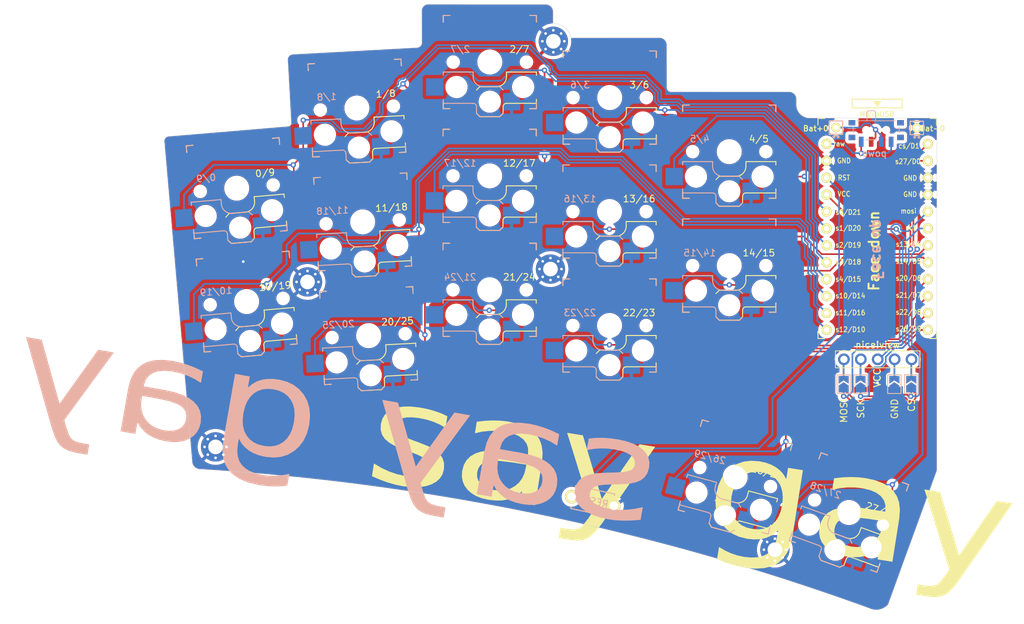
<source format=kicad_pcb>
(kicad_pcb (version 20240108) (generator "pcbnew") (generator_version "8.0")
  (layers (0 "F.Cu" signal) (31 "B.Cu" signal) (34 "B.Paste" user) (35 "F.Paste" user) (36 "B.SilkS" user "B.Silkscreen") (37 "F.SilkS" user "F.Silkscreen") (38 "B.Mask" user) (39 "F.Mask" user) (44 "Edge.Cuts" user))
  (net 0 "")
  (net 1 "BT+")
  (net 2 "gnd")
  (net 3 "vcc")
  (net 4 "reset")
  (net 5 "raw")
  (net 6 "s0")
  (net 7 "s1")
  (net 8 "MOSI")
  (net 9 "s2")
  (net 10 "SCK")
  (net 11 "CS")
  (net 12 "s3")
  (net 13 "s4")
  (net 14 "s10")
  (net 15 "s11")
  (net 16 "s12")
  (net 17 "s13")
  (net 18 "s14")
  (net 19 "s20")
  (net 20 "s21")
  (net 21 "s22")
  (net 22 "s26")
  (net 23 "s27")
  (net 24 "NV2")
  (net 25 "NV4")
  (net 26 "NV5")
  (net 27 "NV1")
  (footprint "keyboard:ProMicro_v3" (layer "F.Cu") (at 238.72424 53.797672)
    (property "Reference" "U0" (hide yes))
    (property "Value" "ProMicro-kbd" (hide yes))
  )
  (footprint "chelming-kbd:choc_v1_hotswap_reversible_no_extras" (layer "F.Cu") (at 162.326042 68.124395 3)
    (property "Reference" "20/25")
    (property "Value" "SW_Push")
  )
  (footprint "chelming-kbd:choc_v1_hotswap_reversible_no_extras" (layer "F.Cu") (at 217.386601 89.354633 -15)
    (property "Reference" "26/29")
    (property "Value" "SW_Push")
  )
  (footprint "chelming-kbd:choc_v1_hotswap_reversible_no_extras" (layer "F.Cu") (at 180.505801 61.236833)
    (property "Reference" "21/24")
    (property "Value" "SW_Push")
  )
  (footprint "chelming-kbd:choc_v1_hotswap_reversible_no_extras" (layer "F.Cu") (at 198.514401 66.596233)
    (property "Reference" "22/23")
    (property "Value" "SW_Push")
  )
  (footprint "chelming-kbd:choc_v1_hotswap_reversible_no_extras" (layer "F.Cu") (at 160.559466 33.930789 3)
    (property "Reference" "1/8")
    (property "Value" "SW_Push")
  )
  (footprint "chelming-kbd:choc_v1_hotswap_reversible_no_extras" (layer "F.Cu") (at 142.510142 45.970848 5)
    (property "Reference" "0/9")
    (property "Value" "SW_Push")
  )
  (footprint "chelming-kbd:choc_v1_hotswap_reversible_no_extras" (layer "F.Cu") (at 144 63 5)
    (property "Reference" "10/19")
    (property "Value" "SW_Push")
  )
  (footprint "chelming-kbd:choc_v1_hotswap_reversible_no_extras" (layer "F.Cu") (at 198.514401 49.476633)
    (property "Reference" "13/16")
    (property "Value" "SW_Push")
  )
  (footprint "chelming-kbd:choc_v1_hotswap_reversible_no_extras" (layer "F.Cu") (at 180.505801 44.117233)
    (property "Reference" "12/17")
    (property "Value" "SW_Push")
  )
  (footprint "chelming-kbd:choc_v1_hotswap_reversible_no_extras" (layer "F.Cu") (at 198.539801 32.357033)
    (property "Reference" "3/6")
    (property "Value" "SW_Push")
  )
  (footprint "chelming-kbd:choc_v1_hotswap_reversible_no_extras" (layer "F.Cu") (at 180.531201 27.023033)
    (property "Reference" "2/7")
    (property "Value" "SW_Push")
  )
  (footprint "chelming-kbd:choc_v1_hotswap_reversible_no_extras" (layer "F.Cu") (at 161.430072 51.028257 3)
    (property "Reference" "11/18")
    (property "Value" "SW_Push")
  )
  (footprint "chelming-kbd:choc_v1_hotswap_reversible_no_extras" (layer "F.Cu") (at 216.5 57.6)
    (property "Reference" "14/15")
    (property "Value" "SW_Push")
  )
  (footprint "MountingHole:MountingHole_2.2mm_M2_Pad_Via" (layer "F.Cu") (at 189.644067 58.119461)
    (property "Reference" "H1" (hide yes))
    (property "Value" "MountingHole_Pad")
  )
  (footprint "chelming-kbd:choc_v1_hotswap_reversible_no_extras" (layer "F.Cu") (at 234.481039 94.686254 -20)
    (property "Reference" "27/28")
    (property "Value" "SW_Push")
  )
  (footprint "MountingHole:MountingHole_2.2mm_M2_Pad_Via" (layer "F.Cu") (at 139.333274 84.833274)
    (property "Reference" "H4" (hide yes))
    (property "Value" "MountingHole_Pad")
  )
  (footprint "Jumper:SolderJumper-2_P1.3mm_Open_TrianglePad1.0x1.5mm" (layer "F.Cu") (at 243.84 75.401 90)
    (property "Reference" "JP1" (hide yes))
    (property "Value" "Jumper_2_Small_Open" (hide yes))
  )
  (footprint "Jumper:SolderJumper-2_P1.3mm_Open_TrianglePad1.0x1.5mm" (layer "F.Cu") (at 241.3 75.401 90)
    (property "Reference" "JP3" (hide yes))
    (property "Value" "Jumper_2_Small_Open" (hide yes))
  )
  (footprint "MountingHole:MountingHole_2.2mm_M2_Pad_Via" (layer "F.Cu") (at 223.355122 100.275354)
    (property "Reference" "H2" (hide yes))
    (property "Value" "MountingHole_Pad")
  )
  (footprint "Jumper:SolderJumper-2_P1.3mm_Open_TrianglePad1.0x1.5mm" (layer "F.Cu") (at 236.22 75.401 90)
    (property "Reference" "JP5" (hide yes))
    (property "Value" "Jumper_2_Small_Open" (hide yes))
  )
  (footprint "keyboard:1pin_conn" (layer "F.Cu") (at 232.53104 36.866072)
    (property "Reference" "Bat+0")
    (property "Value" "MountingHole_Pad" (hide yes))
  )
  (footprint "MountingHole:MountingHole_2.2mm_M2_Pad_Via" (layer "F.Cu") (at 153.148104 60.051128)
    (property "Reference" "H3" (hide yes))
    (property "Value" "MountingHole_Pad")
  )
  (footprint "keyboard:1pin_conn" (layer "F.Cu") (at 244.67224 36.916872)
    (property "Reference" "Bat-0")
    (property "Value" "MountingHole_Pad" (hide yes))
  )
  (footprint "Jumper:SolderJumper-2_P1.3mm_Open_TrianglePad1.0x1.5mm" (layer "F.Cu") (at 233.68 75.401 90)
    (property "Reference" "JP7" (hide yes))
    (property "Value" "Jumper_2_Small_Open" (hide yes))
  )
  (footprint "kbd:ResetSW" (layer "F.Cu") (at 196 93 -12)
    (property "Reference" "RSW0" (hide yes))
    (property "Value" "SW_Push")
  )
  (footprint "MountingHole:MountingHole_2.2mm_M2_Pad_Via" (layer "F.Cu") (at 190.07415 23.901893)
    (property "Reference" "H0" (hide yes))
    (property "Value" "MountingHole_Pad")
  )
  (footprint "chelming-kbd:choc_v1_hotswap_reversible_no_extras" (layer "F.Cu") (at 216.5 40.4804)
    (property "Reference" "4/5")
    (property "Value" "SW_Push")
  )
  (footprint "nice_view:nice_view" (layer "F.Cu") (at 238.8 55.165)
    (property "Reference" "J0")
    (property "Value" "nice!view")
  )
  (footprint "Jumper:SolderJumper-2_P1.3mm_Open_TrianglePad1.0x1.5mm" (layer "B.Cu") (at 236.22 75.401 90)
    (property "Reference" "JP2" (hide yes))
    (property "Value" "Jumper_2_Small_Open" (hide yes))
  )
  (footprint "Jumper:SolderJumper-2_P1.3mm_Open_TrianglePad1.0x1.5mm" (layer "B.Cu") (at 233.68 75.401 90)
    (property "Reference" "JP0" (hide yes))
    (property "Value" "Jumper_2_Small_Open" (hide yes))
  )
  (footprint "chelming-kbd:SW_SPDT_PCM12_REVERSIBLE" (layer "B.Cu") (at 238.575 37.57)
    (property "Reference" "SW_PWR0" (hide yes))
    (property "Value" "SW_SPDT")
  )
  (footprint "Jumper:SolderJumper-2_P1.3mm_Open_TrianglePad1.0x1.5mm" (layer "B.Cu") (at 241.3 75.401 90)
    (property "Reference" "JP4" (hide yes))
    (property "Value" "Jumper_2_Small_Open" (hide yes))
  )
  (footprint "Jumper:SolderJumper-2_P1.3mm_Open_TrianglePad1.0x1.5mm" (layer "B.Cu") (at 243.84 75.401 90)
    (property "Reference" "JP6" (hide yes))
    (property "Value" "Jumper_2_Small_Open" (hide yes))
  )
  (gr_line (start 226.58526 33.5) (end 226.589732 32.594929) (stroke (width 0.05)) (layer "Edge.Cuts"))
  (gr_arc (start 240.367296 108.493025) (mid 239.10524 109.245898) (end 237.642139 109.108273) (stroke (width 0.05)) (layer "Edge.Cuts"))
  (gr_arc (start 228.58965 35.425878) (mid 227.197071 34.869256) (end 226.58526 33.5) (stroke (width 0.05)) (layer "Edge.Cuts"))
  (gr_arc (start 225.517635 31.503068) (mid 226.279827 31.826955) (end 226.589732 32.594929) (stroke (width 0.05)) (layer "Edge.Cuts"))
  (gr_line (start 192.734972 23.377939) (end 206.032621 23.371741) (stroke (width 0.05)) (layer "Edge.Cuts"))
  (gr_arc (start 188.963821 18.367941) (mid 189.722099 18.690013) (end 190.030801 19.453833) (stroke (width 0.05)) (layer "Edge.Cuts"))
  (gr_arc (start 206.032621 23.371741) (mid 206.78198 23.684801) (end 207.099601 24.432233) (stroke (width 0.05)) (layer "Edge.Cuts"))
  (gr_line (start 228.58965 35.425878) (end 247.263349 35.426534) (stroke (width 0.05)) (layer "Edge.Cuts"))
  (gr_arc (start 170.314986 19.305572) (mid 170.589985 18.639555) (end 171.254786 18.361633) (stroke (width 0.05)) (layer "Edge.Cuts"))
  (gr_arc (start 131.644235 38.933077) (mid 131.802086 38.432503) (end 132.267654 38.190116) (stroke (width 0.05)) (layer "Edge.Cuts"))
  (gr_arc (start 137.01429 88.177118) (mid 188.083369 95.011822) (end 237.641326 109.110506) (stroke (width 0.05)) (layer "Edge.Cuts"))
  (gr_line (start 247.640877 88.500363) (end 240.367296 108.493025) (stroke (width 0.05)) (layer "Edge.Cuts"))
  (gr_line (start 170.314986 19.305572) (end 170.325003 24.094244) (stroke (width 0.05)) (layer "Edge.Cuts"))
  (gr_arc (start 247.263349 35.42898) (mid 247.564539 35.550189) (end 247.689817 35.849712) (stroke (width 0.05)) (layer "Edge.Cuts"))
  (gr_line (start 150.258869 36.68408) (end 132.267654 38.190116) (stroke (width 0.05)) (layer "Edge.Cuts"))
  (gr_line (start 247.689817 35.849712) (end 247.691677 88.246363) (stroke (width 0.05)) (layer "Edge.Cuts"))
  (gr_line (start 225.517635 31.503068) (end 207.752579 31.493649) (stroke (width 0.05)) (layer "Edge.Cuts"))
  (gr_line (start 207.117579 30.858649) (end 207.099601 24.432233) (stroke (width 0.05)) (layer "Edge.Cuts"))
  (gr_arc (start 170.325003 24.094244) (mid 170.101806 24.633033) (end 169.563003 24.856244) (stroke (width 0.05)) (layer "Edge.Cuts"))
  (gr_arc (start 137.01429 88.177117) (mid 136.170164 87.827458) (end 135.82049 86.983317) (stroke (width 0.05)) (layer "Edge.Cuts"))
  (gr_line (start 169.563003 24.856244) (end 150.945799 25.867063) (stroke (width 0.05)) (layer "Edge.Cuts"))
  (gr_arc (start 150.709158 36.16338) (mid 150.58561 36.511583) (end 150.258869 36.68408) (stroke (width 0.05)) (layer "Edge.Cuts"))
  (gr_line (start 131.644235 38.933077) (end 135.82049 86.983317) (stroke (width 0.05)) (layer "Edge.Cuts"))
  (gr_arc (start 207.752579 31.493649) (mid 207.303554 31.307664) (end 207.117579 30.858649) (stroke (width 0.05)) (layer "Edge.Cuts"))
  (gr_line (start 150.183799 26.654463) (end 150.709158 36.16338) (stroke (width 0.05)) (layer "Edge.Cuts"))
  (gr_arc (start 150.183799 26.654463) (mid 150.405481 26.106581) (end 150.945799 25.867063) (stroke (width 0.05)) (layer "Edge.Cuts"))
  (gr_arc (start 190.030801 21.181033) (mid 191.767237 21.806389) (end 192.734972 23.377939) (stroke (width 0.05)) (layer "Edge.Cuts"))
  (gr_arc (start 247.691677 88.246363) (mid 247.678843 88.375876) (end 247.640877 88.500363) (stroke (width 0.05)) (layer "Edge.Cuts"))
  (gr_line (start 188.963821 18.367941) (end 171.254786 18.361633) (stroke (width 0.05)) (layer "Edge.Cuts"))
  (gr_line (start 190.030801 21.181033) (end 190.030801 19.453833) (stroke (width 0.05)) (layer "Edge.Cuts"))
  (gr_text "Face up" (at 238.8 55.165 270) (layer "B.SilkS") (effects (font (size 1.5 1.5) (thickness 0.3)) (justify mirror)))
  (gr_text "say gay" (at 204 99 350) (layer "B.SilkS") (effects (font (size 15 18)) (justify left bottom mirror)))
  (gr_text "Face down" (at 238.24604 55.382672 90) (layer "F.SilkS") (effects (font (size 1.5 1.5) (thickness 0.3))))
  (gr_text "s14/D5" (at 243.42924 56.947672 0) (layer "F.SilkS") (effects (font (size 0.75 0.67) (thickness 0.125))))
  (gr_text "say gay" (at 161 92 351) (layer "F.SilkS") (effects (font (size 15 18)) (justify left bottom)))
  (gr_text "VCC" (at 238.72 72.945 90) (layer "F.SilkS") (effects (font (size 1 1)) (justify right)))
  (segment (start 238.475 38.341869) (end 238.475 37.175) (width 0.25) (layer "F.Cu") (net 1))
  (segment (start 237.817446 38.999423) (end 238.475 38.341869) (width 0.25) (layer "F.Cu") (net 1))
  (via (at 238.475 37.175) (size 0.8) (drill 0.4) (layers "F.Cu" "B.Cu") (net 1))
  (segment (start 232.53104 36.866072) (end 236.133928 36.866072) (width 0.25) (layer "B.Cu") (net 1))
  (segment (start 238.475 37.2) (end 239.325 38.05) (width 0.25) (layer "B.Cu") (net 1))
  (segment (start 236.75 36.25) (end 237.55 36.25) (width 0.25) (layer "B.Cu") (net 1))
  (segment (start 237.55 36.25) (end 238.475 37.175) (width 0.25) (layer "B.Cu") (net 1))
  (segment (start 238.475 37.175) (end 238.475 37.2) (width 0.25) (layer "B.Cu") (net 1))
  (segment (start 236.133928 36.866072) (end 236.75 36.25) (width 0.25) (layer "B.Cu") (net 1))
  (segment (start 239.325 38.05) (end 239.325 39) (width 0.25) (layer "B.Cu") (net 1))
  (via (at 143.5 57) (size 0.8) (drill 0.4) (layers "F.Cu" "B.Cu") (net 2))
  (via (at 238.76 75.184) (size 0.8) (drill 0.4) (layers "F.Cu" "B.Cu") (net 2))
  (segment (start 236.276021 52.100053) (end 231.11564 46.939672) (width 0.25) (layer "F.Cu") (net 3))
  (segment (start 241.5678 52.100053) (end 236.276021 52.100053) (width 0.25) (layer "F.Cu") (net 3))
  (via (at 241.5678 52.100053) (size 0.8) (drill 0.4) (layers "F.Cu" "B.Cu") (net 3))
  (segment (start 241.129709 69.55) (end 239.004709 71.675) (width 0.25) (layer "B.Cu") (net 3))
  (segment (start 242.55 69.323262) (end 242.323262 69.55) (width 0.25) (layer "B.Cu") (net 3))
  (segment (start 242.323262 69.55) (end 241.129709 69.55) (width 0.25) (layer "B.Cu") (net 3))
  (segment (start 239.004709 71.675) (end 238.8 71.675) (width 0.25) (layer "B.Cu") (net 3))
  (segment (start 242.55 53.813605) (end 242.55 69.323262) (width 0.25) (layer "B.Cu") (net 3))
  (segment (start 242.915676 53.447929) (end 242.55 53.813605) (width 0.25) (layer "B.Cu") (net 3))
  (segment (start 241.5678 52.100053) (end 242.915676 53.447929) (width 0.25) (layer "B.Cu") (net 3))
  (segment (start 223 77.5) (end 233 67.5) (width 0.25) (layer "B.Cu") (net 4))
  (segment (start 192.821021 92.324287) (end 200.095308 85.05) (width 0.25) (layer "B.Cu") (net 4))
  (segment (start 223 83) (end 223 77.5) (width 0.25) (layer "B.Cu") (net 4))
  (segment (start 200.095308 85.05) (end 220.95 85.05) (width 0.25) (layer "B.Cu") (net 4))
  (segment (start 233 67.5) (end 233 46.284032) (width 0.25) (layer "B.Cu") (net 4))
  (segment (start 220.95 85.05) (end 223 83) (width 0.25) (layer "B.Cu") (net 4))
  (segment (start 233 46.284032) (end 231.11564 44.399672) (width 0.25) (layer "B.Cu") (net 4))
  (segment (start 236.317446 38.999423) (end 236.317446 40.717446) (width 0.25) (layer "F.Cu") (net 5))
  (segment (start 236.317446 40.717446) (end 236.325 40.725) (width 0.25) (layer "F.Cu") (net 5))
  (via (at 236.325 40.725) (size 0.8) (drill 0.4) (layers "F.Cu" "B.Cu") (net 5))
  (segment (start 236.3 40.7) (end 236.325 40.725) (width 0.25) (layer "B.Cu") (net 5))
  (segment (start 235.11 40.7) (end 236.3 40.7) (width 0.25) (layer "B.Cu") (net 5))
  (segment (start 231.11564 39.319672) (end 233.729672 39.319672) (width 0.25) (layer "B.Cu") (net 5))
  (segment (start 236.35 40.7) (end 240.3 40.7) (width 0.25) (layer "B.Cu") (net 5))
  (segment (start 240.3 40.7) (end 240.825 40.175) (width 0.25) (layer "B.Cu") (net 5))
  (segment (start 233.729672 39.319672) (end 235.11 40.7) (width 0.25) (layer "B.Cu") (net 5))
  (segment (start 240.825 40.175) (end 240.825 39) (width 0.25) (layer "B.Cu") (net 5))
  (segment (start 236.325 40.725) (end 236.35 40.7) (width 0.25) (layer "B.Cu") (net 5))
  (segment (start 152.5 40.975) (end 151 42.475) (width 0.25) (layer "F.Cu") (net 6))
  (segment (start 152.5 35.75) (end 152.5 40.975) (width 0.25) (layer "F.Cu") (net 6))
  (segment (start 151 42.475) (end 151.080487 42.555487) (width 0.25) (layer "F.Cu") (net 6))
  (segment (start 151.080487 42.555487) (end 151.080487 48.985364) (width 0.25) (layer "F.Cu") (net 6))
  (via (at 152.5 35.75) (size 0.8) (drill 0.4) (layers "F.Cu" "B.Cu") (net 6))
  (via (at 151 42.475) (size 0.8) (drill 0.4) (layers "F.Cu" "B.Cu") (net 6))
  (segment (start 189.925 28.152208) (end 190.772792 29) (width 0.25) (layer "B.Cu") (net 6))
  (segment (start 166.7625 30.376104) (end 166.7625 29.987195) (width 0.25) (layer "B.Cu") (net 6))
  (segment (start 139.05 42.475) (end 134.593465 46.931535) (width 0.25) (layer "B.Cu") (net 6))
  (segment (start 151 42.475) (end 139.05 42.475) (width 0.25) (layer "B.Cu") (net 6))
  (segment (start 164 34.613604) (end 164 33.138604) (width 0.25) (layer "B.Cu") (net 6))
  (segment (start 229.85 40.788604) (end 229.85 48.214032) (width 0.25) (layer "B.Cu") (net 6))
  (segment (start 152.55997 35.69003) (end 156.69344 35.69003) (width 0.25) (layer "B.Cu") (net 6))
  (segment (start 158.05341 37.05) (end 161.563604 37.05) (width 0.25) (layer "B.Cu") (net 6))
  (segment (start 186.645234 24.483533) (end 189.925 27.763299) (width 0.25) (layer "B.Cu") (net 6))
  (segment (start 203.887898 29) (end 206.25 31.362102) (width 0.25) (layer "B.Cu") (net 6))
  (segment (start 229.85 48.214032) (end 231.11564 49.479672) (width 0.25) (layer "B.Cu") (net 6))
  (segment (start 206.25 32.6) (end 209.016644 32.6) (width 0.25) (layer "B.Cu") (net 6))
  (segment (start 209.741644 33.325) (end 222.386396 33.325) (width 0.25) (layer "B.Cu") (net 6))
  (segment (start 166.7625 29.987195) (end 167.187195 29.5625) (width 0.25) (layer "B.Cu") (net 6))
  (segment (start 156.69344 35.69003) (end 158.05341 37.05) (width 0.25) (layer "B.Cu") (net 6))
  (segment (start 190.772792 29) (end 203.887898 29) (width 0.25) (layer "B.Cu") (net 6))
  (segment (start 172.655071 24.483533) (end 186.645234 24.483533) (width 0.25) (layer "B.Cu") (net 6))
  (segment (start 206.25 31.362102) (end 206.25 32.6) (width 0.25) (layer "B.Cu") (net 6))
  (segment (start 152.5 35.75) (end 152.55997 35.69003) (width 0.25) (layer "B.Cu") (net 6))
  (segment (start 164 33.138604) (end 166.7625 30.376104) (width 0.25) (layer "B.Cu") (net 6))
  (segment (start 222.386396 33.325) (end 229.85 40.788604) (width 0.25) (layer "B.Cu") (net 6))
  (segment (start 167.187195 29.5625) (end 167.576104 29.5625) (width 0.25) (layer "B.Cu") (net 6))
  (segment (start 151 42.475) (end 150.800811 42.275811) (width 0.25) (layer "B.Cu") (net 6))
  (segment (start 134.593465 46.931535) (end 134.593465 50.427792) (width 0.25) (layer "B.Cu") (net 6))
  (segment (start 209.016644 32.6) (end 209.741644 33.325) (width 0.25) (layer "B.Cu") (net 6))
  (segment (start 161.563604 37.05) (end 164 34.613604) (width 0.25) (layer "B.Cu") (net 6))
  (segment (start 167.576104 29.5625) (end 172.655071 24.483533) (width 0.25) (layer "B.Cu") (net 6))
  (segment (start 189.925 27.763299) (end 189.925 28.152208) (width 0.25) (layer "B.Cu") (net 6))
  (segment (start 169.019385 37.24257) (end 169.019385 31.819385) (width 0.25) (layer "F.Cu") (net 7))
  (segment (start 169.019385 31.819385) (end 167.4875 30.2875) (width 0.25) (layer "F.Cu") (net 7))
  (via (at 167.4875 30.2875) (size 0.8) (drill 0.4) (layers "F.Cu" "B.Cu") (net 7))
  (segment (start 189.475 27.949695) (end 189.475 28.338604) (width 0.25) (layer "B.Cu") (net 7))
  (segment (start 229.4 50.304032) (end 231.11564 52.019672) (width 0.25) (layer "B.Cu") (net 7))
  (segment (start 205.8 32.786396) (end 206.063604 33.05) (width 0.25) (layer "B.Cu") (net 7))
  (segment (start 153 37.600796) (end 153 37.14003) (width 0.25) (layer "B.Cu") (net 7))
  (segment (start 186.458838 24.933533) (end 189.475 27.949695) (width 0.25) (layer "B.Cu") (net 7))
  (segment (start 152.492066 38.10873) (end 153 37.600796) (width 0.25) (layer "B.Cu") (net 7))
  (segment (start 157.867014 37.5) (end 161.75 37.5) (width 0.25) (layer "B.Cu") (net 7))
  (segment (start 209.555248 33.775) (end 222.2 33.775) (width 0.25) (layer "B.Cu") (net 7))
  (segment (start 189.475 28.338604) (end 190.586396 29.45) (width 0.25) (layer "B.Cu") (net 7))
  (segment (start 153 37.14003) (end 154 36.14003) (width 0.25) (layer "B.Cu") (net 7))
  (segment (start 164.45 33.325) (end 167.4875 30.2875) (width 0.25) (layer "B.Cu") (net 7))
  (segment (start 161.75 37.5) (end 164.45 34.8) (width 0.25) (layer "B.Cu") (net 7))
  (segment (start 156.507044 36.14003) (end 157.867014 37.5) (width 0.25) (layer "B.Cu") (net 7))
  (segment (start 172.841467 24.933533) (end 186.458838 24.933533) (width 0.25) (layer "B.Cu") (net 7))
  (segment (start 164.45 34.8) (end 164.45 33.325) (width 0.25) (layer "B.Cu") (net 7))
  (segment (start 208.830248 33.05) (end 209.555248 33.775) (width 0.25) (layer "B.Cu") (net 7))
  (segment (start 206.063604 33.05) (end 208.830248 33.05) (width 0.25) (layer "B.Cu") (net 7))
  (segment (start 203.701502 29.45) (end 205.8 31.548498) (width 0.25) (layer "B.Cu") (net 7))
  (segment (start 190.586396 29.45) (end 203.701502 29.45) (width 0.25) (layer "B.Cu") (net 7))
  (segment (start 205.8 31.548498) (end 205.8 32.786396) (width 0.25) (layer "B.Cu") (net 7))
  (segment (start 222.2 33.775) (end 229.4 40.975) (width 0.25) (layer "B.Cu") (net 7))
  (segment (start 154 36.14003) (end 156.507044 36.14003) (width 0.25) (layer "B.Cu") (net 7))
  (segment (start 167.4875 30.2875) (end 172.841467 24.933533) (width 0.25) (layer "B.Cu") (net 7))
  (segment (start 229.4 40.975) (end 229.4 50.304032) (width 0.25) (layer "B.Cu") (net 7))
  (segment (start 242.958042 77.45) (end 243.464042 77.956) (width 0.25) (layer "F.Cu") (net 8))
  (segment (start 240.567792 78.131) (end 241.248792 77.45) (width 0.25) (layer "F.Cu") (net 8))
  (segment (start 244.064652 77.956) (end 244.489347 77.531305) (width 0.25) (layer "F.Cu") (net 8))
  (segment (start 244.489347 76.775347) (end 243.84 76.126) (width 0.25) (layer "F.Cu") (net 8))
  (segment (start 234.067104 77.232805) (end 235.240299 78.406) (width 0.25) (layer "F.Cu") (net 8))
  (segment (start 243.464042 77.956) (end 244.064652 77.956) (width 0.25) (layer "F.Cu") (net 8))
  (segment (start 244.489347 77.531305) (end 244.489347 76.775347) (width 0.25) (layer "F.Cu") (net 8))
  (segment (start 235.240299 78.406) (end 236.706701 78.406) (width 0.25) (layer "F.Cu") (net 8))
  (segment (start 236.706701 78.406) (end 236.981701 78.131) (width 0.25) (layer "F.Cu") (net 8))
  (segment (start 233.678195 77.232805) (end 234.067104 77.232805) (width 0.25) (layer "F.Cu") (net 8))
  (segment (start 241.248792 77.45) (end 242.958042 77.45) (width 0.25) (layer "F.Cu") (net 8))
  (segment (start 236.981701 78.131) (end 240.567792 78.131) (width 0.25) (layer "F.Cu") (net 8))
  (via (at 233.678195 77.232805) (size 0.8) (drill 0.4) (layers "F.Cu" "B.Cu") (net 8))
  (segment (start 242.1 69.1) (end 242.1 53.657558) (width 0.25) (layer "B.Cu") (net 8))
  (segment (start 233.68 76.126) (end 233.68 77.231) (width 0.25) (layer "B.Cu") (net 8))
  (segment (start 234.267195 77.232805) (end 235 76.5) (width 0.25) (layer "B.Cu") (net 8))
  (segment (start 242.1 53.657558) (end 240.8428 52.400358) (width 0.25) (layer "B.Cu") (net 8))
  (segment (start 242.504501 52.400358) (end 243.414954 52.400358) (width 0.25) (layer "B.Cu") (net 8))
  (segment (start 240.943313 69.1) (end 242.1 69.1) (width 0.25) (layer "B.Cu") (net 8))
  (segment (start 239.737113 70.3062) (end 240.943313 69.1) (width 0.25) (layer "B.Cu") (net 8))
  (segment (start 241.267495 51.375053) (end 241.868105 51.375053) (width 0.25) (layer "B.Cu") (net 8))
  (segment (start 241.868105 51.375053) (end 242.2928 51.799748) (width 0.25) (layer "B.Cu") (net 8))
  (segment (start 233.678195 77.232805) (end 234.267195 77.232805) (width 0.25) (layer "B.Cu") (net 8))
  (segment (start 242.2928 52.188657) (end 242.504501 52.400358) (width 0.25) (layer "B.Cu") (net 8))
  (segment (start 242.2928 51.799748) (end 242.2928 52.188657) (width 0.25) (layer "B.Cu") (net 8))
  (segment (start 240.8428 51.799748) (end 241.267495 51.375053) (width 0.25) (layer "B.Cu") (net 8))
  (segment (start 235 76.5) (end 235 70.868052) (width 0.25) (layer "B.Cu") (net 8))
  (segment (start 243.414954 52.400358) (end 246.33564 49.479672) (width 0.25) (layer "B.Cu") (net 8))
  (segment (start 240.8428 52.400358) (end 240.8428 51.799748) (width 0.25) (layer "B.Cu") (net 8))
  (segment (start 233.68 77.231) (end 233.678195 77.232805) (width 0.25) (layer "B.Cu") (net 8))
  (segment (start 235.561852 70.3062) (end 239.737113 70.3062) (width 0.25) (layer "B.Cu") (net 8))
  (segment (start 235 70.868052) (end 235.561852 70.3062) (width 0.25) (layer "B.Cu") (net 8))
  (segment (start 188.75 28.25) (end 188.75 30.716832) (width 0.25) (layer "F.Cu") (net 9))
  (segment (start 188.75 30.716832) (end 188.806201 30.773033) (width 0.25) (layer "F.Cu") (net 9))
  (via (at 188.75 28.25) (size 0.8) (drill 0.4) (layers "F.Cu" "B.Cu") (net 9))
  (segment (start 205.35 31.734894) (end 203.515106 29.9) (width 0.25) (layer "B.Cu") (net 9))
  (segment (start 182.225 29.825) (end 178.7 29.825) (width 0.25) (layer "B.Cu") (net 9))
  (segment (start 208.643852 33.5) (end 205.877208 33.5) (width 0.25) (layer "B.Cu") (net 9))
  (segment (start 209.368852 34.225) (end 208.643852 33.5) (width 0.25) (layer "B.Cu") (net 9))
  (segment (start 231.11564 54.559672) (end 229.65 53.094032) (width 0.25) (layer "B.Cu") (net 9))
  (segment (start 174.529234 28.5) (end 172.256201 30.773033) (width 0.25) (layer "B.Cu") (net 9))
  (segment (start 228.95 50.490428) (end 228.95 41.161396) (width 0.25) (layer "B.Cu") (net 9))
  (segment (start 177.375 28.5) (end 174.529234 28.5) (width 0.25) (layer "B.Cu") (net 9))
  (segment (start 229.65 53.094032) (end 229.65 51.190428) (width 0.25) (layer "B.Cu") (net 9))
  (segment (start 229.65 51.190428) (end 228.95 50.490428) (width 0.25) (layer "B.Cu") (net 9))
  (segment (start 188.75 28.25) (end 188.748933 28.248933) (width 0.25) (layer "B.Cu") (net 9))
  (segment (start 190.4 29.9) (end 188.75 28.25) (width 0.25) (layer "B.Cu") (net 9))
  (segment (start 178.7 29.825) (end 177.375 28.5) (width 0.25) (layer "B.Cu") (net 9))
  (segment (start 228.95 41.161396) (end 222.013604 34.225) (width 0.25) (layer "B.Cu") (net 9))
  (segment (start 222.013604 34.225) (end 209.368852 34.225) (width 0.25) (layer "B.Cu") (net 9))
  (segment (start 203.515106 29.9) (end 190.4 29.9) (width 0.25) (layer "B.Cu") (net 9))
  (segment (start 183.801067 28.248933) (end 182.225 29.825) (width 0.25) (layer "B.Cu") (net 9))
  (segment (start 205.35 32.972792) (end 205.35 31.734894) (width 0.25) (layer "B.Cu") (net 9))
  (segment (start 205.877208 33.5) (end 205.35 32.972792) (width 0.25) (layer "B.Cu") (net 9))
  (segment (start 188.748933 28.248933) (end 183.801067 28.248933) (width 0.25) (layer "B.Cu") (net 9))
  (segment (start 240.195 77.231) (end 241.3 76.126) (width 0.25) (layer "F.Cu") (net 10))
  (segment (start 236.22 77.231) (end 240.195 77.231) (width 0.25) (layer "F.Cu") (net 10))
  (via (at 236.22 77.231) (size 0.8) (drill 0.4) (layers "F.Cu" "B.Cu") (net 10))
  (segment (start 240.0013 72.172595) (end 240.0013 71.314805) (width 0.25) (layer "B.Cu") (net 10))
  (segment (start 239.297595 72.8763) (end 240.0013 72.172595) (width 0.25) (layer "B.Cu") (net 10))
  (segment (start 243 54) (end 244.980328 52.019672) (width 0.25) (layer "B.Cu") (net 10))
  (segment (start 244.980328 52.019672) (end 246.33564 52.019672) (width 0.25) (layer "B.Cu") (net 10))
  (segment (start 243 69.509658) (end 243 54) (width 0.25) (layer "B.Cu") (net 10))
  (segment (start 236.22 76.126) (end 236.22 77.231) (width 0.25) (layer "B.Cu") (net 10))
  (segment (start 236.22 77.231) (end 237.269 77.231) (width 0.25) (layer "B.Cu") (net 10))
  (segment (start 240.0013 71.314805) (end 241.316105 70) (width 0.25) (layer "B.Cu") (net 10))
  (segment (start 241.316105 70) (end 242.509658 70) (width 0.25) (layer "B.Cu") (net 10))
  (segment (start 238.302405 72.8763) (end 239.297595 72.8763) (width 0.25) (layer "B.Cu") (net 10))
  (segment (start 237.269 77.231) (end 237.5 77) (width 0.25) (layer "B.Cu") (net 10))
  (segment (start 237.5 77) (end 237.5 73.678705) (width 0.25) (layer "B.Cu") (net 10))
  (segment (start 242.509658 70) (end 243 69.509658) (width 0.25) (layer "B.Cu") (net 10))
  (segment (start 237.5 73.678705) (end 238.302405 72.8763) (width 0.25) (layer "B.Cu") (net 10))
  (segment (start 235.51 77.956) (end 233.68 76.126) (width 0.25) (layer "F.Cu") (net 11))
  (segment (start 243.454701 77.231) (end 243.223701 77) (width 0.25) (layer "F.Cu") (net 11))
  (segment (start 243.724999 55.119702) (end 243.713 55.107703) (width 0.25) (layer "F.Cu") (net 11))
  (segment (start 236.795305 77.681) (end 236.520305 77.956) (width 0.25) (layer "F.Cu") (net 11))
  (segment (start 236.520305 77.956) (end 235.51 77.956) (width 0.25) (layer "F.Cu") (net 11))
  (segment (start 243.223701 77) (end 241.062396 77) (width 0.25) (layer "F.Cu") (net 11))
  (segment (start 243.713 41.942312) (end 246.33564 39.319672) (width 0.25) (layer "F.Cu") (net 11))
  (segment (start 240.381396 77.681) (end 236.795305 77.681) (width 0.25) (layer "F.Cu") (net 11))
  (segment (start 243.764347 77.231) (end 243.454701 77.231) (width 0.25) (layer "F.Cu") (net 11))
  (segment (start 241.062396 77) (end 240.381396 77.681) (width 0.25) (layer "F.Cu") (net 11))
  (segment (start 243.713 55.107703) (end 243.713 41.942312) (width 0.25) (layer "F.Cu") (net 11))
  (via (at 243.764347 77.231) (size 0.8) (drill 0.4) (layers "F.Cu" "B.Cu") (net 11))
  (via (at 243.724999 55.119702) (size 0.8) (drill 0.4) (layers "F.Cu" "B.Cu") (net 11))
  (segment (start 243.724999 55.119702) (end 243.45 55.394701) (width 0.25) (layer "B.Cu") (net 11))
  (segment (start 243.84 76.126) (end 243.84 77.155347) (width 0.25) (layer "B.Cu") (net 11))
  (segment (start 243.45 69.546105) (end 245.0813 71.177405) (width 0.25) (layer "B.Cu") (net 11))
  (segment (start 245.0813 71.177405) (end 245.0813 76.9187) (width 0.25) (layer "B.Cu") (net 11))
  (segment (start 245.0813 76.9187) (end 244.769 77.231) (width 0.25) (layer "B.Cu") (net 11))
  (segment (start 243.84 77.155347) (end 243.764347 77.231) (width 0.25) (layer "B.Cu") (net 11))
  (segment (start 244.769 77.231) (end 243.764347 77.231) (width 0.25) (layer "B.Cu") (net 11))
  (segment (start 243.45 55.394701) (end 243.45 69.546105) (width 0.25) (layer "B.Cu") (net 11))
  (segment (start 206.814801 34.225) (end 206.814801 36.107033) (width 0.25) (layer "F.Cu") (net 12))
  (via (at 206.814801 34.225) (size 0.8) (drill 0.4) (layers "F.Cu" "B.Cu") (net 12))
  (segment (start 229.2 53.280428) (end 229.65 53.730428) (width 0.25) (layer "B.Cu") (net 12))
  (segment (start 229.65 55.634032) (end 231.11564 57.099672) (width 0.25) (layer "B.Cu") (net 12))
  (segment (start 206.814801 34.225) (end 208.732456 34.225) (width 0.25) (layer "B.Cu") (net 12))
  (segment (start 205.649812 33.909) (end 202.184 33.909) (width 0.25) (layer "B.Cu") (net 12))
  (segment (start 228.5 41.347792) (end 228.5 50.676824) (width 0.25) (layer "B.Cu") (net 12))
  (segment (start 221.827208 34.675) (end 228.5 41.347792) (width 0.25) (layer "B.Cu") (net 12))
  (segment (start 192.371834 34) (end 190.264801 36.107033) (width 0.25) (layer "B.Cu") (net 12))
  (segment (start 228.5 50.676824) (end 229.2 51.376824) (width 0.25) (layer "B.Cu") (net 12))
  (segment (start 205.965812 34.225) (end 205.649812 33.909) (width 0.25) (layer "B.Cu") (net 12))
  (segment (start 200.025 36.068) (end 197.003 36.068) (width 0.25) (layer "B.Cu") (net 12))
  (segment (start 209.182456 34.675) (end 221.827208 34.675) (width 0.25) (layer "B.Cu") (net 12))
  (segment (start 208.732456 34.225) (end 209.182456 34.675) (width 0.25) (layer "B.Cu") (net 12))
  (segment (start 206.814801 34.225) (end 205.965812 34.225) (width 0.25) (layer "B.Cu") (net 12))
  (segment (start 194.935 34) (end 192.371834 34) (width 0.25) (layer "B.Cu") (net 12))
  (segment (start 202.184 33.909) (end 200.025 36.068) (width 0.25) (layer "B.Cu") (net 12))
  (segment (start 229.65 53.730428) (end 229.65 55.634032) (width 0.25) (layer "B.Cu") (net 12))
  (segment (start 229.2 51.376824) (end 229.2 53.280428) (width 0.25) (layer "B.Cu") (net 12))
  (segment (start 197.003 36.068) (end 194.935 34) (width 0.25) (layer "B.Cu") (net 12))
  (segment (start 227.775 44.2) (end 227.7446 44.2304) (width 0.25) (layer "F.Cu") (net 13))
  (segment (start 227.7446 44.2304) (end 224.775 44.2304) (width 0.25) (layer "F.Cu") (net 13))
  (via (at 227.775 44.2) (size 0.8) (drill 0.4) (layers "F.Cu" "B.Cu") (net 13))
  (segment (start 208.225 41.521716) (end 208.225 44.2304) (width 0.25) (layer "B.Cu") (net 13))
  (segment (start 231.11564 59.639672) (end 229.7 58.224032) (width 0.25) (layer "B.Cu") (net 13))
  (segment (start 221.640812 35.125) (end 214.621716 35.125) (width 0.25) (layer "B.Cu") (net 13))
  (segment (start 228.75 53.466824) (end 228.75 51.56322) (width 0.25) (layer "B.Cu") (net 13))
  (segment (start 228.75 51.56322) (end 228.05 50.86322) (width 0.25) (layer "B.Cu") (net 13))
  (segment (start 229.7 58.224032) (end 229.7 56.320428) (width 0.25) (layer "B.Cu") (net 13))
  (segment (start 228.05 44.475) (end 227.775 44.2) (width 0.25) (layer "B.Cu") (net 13))
  (segment (start 228.05 43.925) (end 228.05 41.534188) (width 0.25) (layer "B.Cu") (net 13))
  (segment (start 229.2 55.820428) (end 229.2 53.916824) (width 0.25) (layer "B.Cu") (net 13))
  (segment (start 214.621716 35.125) (end 208.225 41.521716) (width 0.25) (layer "B.Cu") (net 13))
  (segment (start 229.2 53.916824) (end 228.75 53.466824) (width 0.25) (layer "B.Cu") (net 13))
  (segment (start 228.05 41.534188) (end 221.640812 35.125) (width 0.25) (layer "B.Cu") (net 13))
  (segment (start 227.775 44.2) (end 228.05 43.925) (width 0.25) (layer "B.Cu") (net 13))
  (segment (start 228.05 50.86322) (end 228.05 44.475) (width 0.25) (layer "B.Cu") (net 13))
  (segment (start 229.7 56.320428) (end 229.2 55.820428) (width 0.25) (layer "B.Cu") (net 13))
  (segment (start 147 60.339001) (end 147 63) (width 0.25) (layer "F.Cu") (net 14))
  (segment (start 147 63) (end 148 64) (width 0.25) (layer "F.Cu") (net 14))
  (segment (start 148 64) (end 150.555829 64) (width 0.25) (layer "F.Cu") (net 14))
  (segment (start 150.555829 64) (end 152.570345 66.014516) (width 0.25) (layer "F.Cu") (net 14))
  (via (at 147 60.339001) (size 0.8) (drill 0.4) (layers "F.Cu" "B.Cu") (net 14))
  (segment (start 169.439991 51.564686) (end 169.439991 44.873613) (width 0.25) (layer "B.Cu") (net 14))
  (segment (start 157.564046 52.787498) (end 158.576548 53.8) (width 0.25) (layer "B.Cu") (net 14))
  (segment (start 229.675 60.739032) (end 231.11564 62.179672) (width 0.25) (layer "B.Cu") (net 14))
  (segment (start 168.954677 52.05) (end 169.439991 51.564686) (width 0.25) (layer "B.Cu") (net 14))
  (segment (start 151.718908 52.787498) (end 157.564046 52.787498) (width 0.25) (layer "B.Cu") (net 14))
  (segment (start 136.083323 61.916677) (end 136.083323 67.456944) (width 0.25) (layer "B.Cu") (net 14))
  (segment (start 158.576548 53.8) (end 163.813604 53.8) (width 0.25) (layer "B.Cu") (net 14))
  (segment (start 137.660999 60.339001) (end 136.083323 61.916677) (width 0.25) (layer "B.Cu") (net 14))
  (segment (start 147 60.339001) (end 137.660999 60.339001) (width 0.25) (layer "B.Cu") (net 14))
  (segment (start 229.25 56.506824) (end 229.25 58.410428) (width 0.25) (layer "B.Cu") (net 14))
  (segment (start 229.25 58.410428) (end 229.675 58.835428) (width 0.25) (layer "B.Cu") (net 14))
  (segment (start 192.5 41.25) (end 200.45 41.25) (width 0.25) (layer "B.Cu") (net 14))
  (segment (start 228.75 54.10322) (end 228.75 56.006824) (width 0.25) (layer "B.Cu") (net 14))
  (segment (start 165.563604 52.05) (end 168.954677 52.05) (width 0.25) (layer "B.Cu") (net 14))
  (segment (start 228.3 51.75) (end 228.3 53.65322) (width 0.25) (layer "B.Cu") (net 14))
  (segment (start 174.313604 40) (end 191.25 40) (width 0.25) (layer "B.Cu") (net 14))
  (segment (start 228.3 53.65322) (end 228.75 54.10322) (width 0.25) (layer "B.Cu") (net 14))
  (segment (start 227.1 50.55) (end 228.3 51.75) (width 0.25) (layer "B.Cu") (net 14))
  (segment (start 228.75 56.006824) (end 229.25 56.506824) (width 0.25) (layer "B.Cu") (net 14))
  (segment (start 229.675 58.835428) (end 229.675 60.739032) (width 0.25) (layer "B.Cu") (net 14))
  (segment (start 209.75 50.55) (end 227.1 50.55) (width 0.25) (layer "B.Cu") (net 14))
  (segment (start 150 54.506406) (end 151.718908 52.787498) (width 0.25) (layer "B.Cu") (net 14))
  (segment (start 147 60.339001) (end 150 57.339001) (width 0.25) (layer "B.Cu") (net 14))
  (segment (start 150 57.339001) (end 150 54.506406) (width 0.25) (layer "B.Cu") (net 14))
  (segment (start 191.25 40) (end 192.5 41.25) (width 0.25) (layer "B.Cu") (net 14))
  (segment (start 163.813604 53.8) (end 165.563604 52.05) (width 0.25) (layer "B.Cu") (net 14))
  (segment (start 169.439991 44.873613) (end 174.313604 40) (width 0.25) (layer "B.Cu") (net 14))
  (segment (start 200.45 41.25) (end 209.75 50.55) (width 0.25) (layer "B.Cu") (net 14))
  (segment (start 169.889991 52.139991) (end 169.889991 54.340038) (width 0.25) (layer "F.Cu") (net 15))
  (via (at 169.889991 52.139991) (size 0.8) (drill 0.4) (layers "F.Cu" "B.Cu") (net 15))
  (segment (start 169.889991 52.139991) (end 169.529982 52.5) (width 0.25) (layer "B.Cu") (net 15))
  (segment (start 227.85 51.936396) (end 227.85 53.839616) (width 0.25) (layer "B.Cu") (net 15))
  (segment (start 174.5 40.45) (end 191.063604 40.45) (width 0.25) (layer "B.Cu") (net 15))
  (segment (start 227.85 53.839616) (end 228.3 54.289616) (width 0.25) (layer "B.Cu") (net 15))
  (segment (start 192.313604 41.7) (end 200.263604 41.7) (width 0.25) (layer "B.Cu") (net 15))
  (segment (start 158.390152 54.25) (end 157.37765 53.237498) (width 0.25) (layer "B.Cu") (net 15))
  (segment (start 155.331372 53.237498) (end 153.362672 55.206198) (width 0.25) (layer "B.Cu") (net 15))
  (segment (start 226.913604 51) (end 227.85 51.936396) (width 0.25) (layer "B.Cu") (net 15))
  (segment (start 228.8 56.69322) (end 228.8 58.596824) (width 0.25) (layer "B.Cu") (net 15))
  (segment (start 209.563604 51) (end 226.913604 51) (width 0.25) (layer "B.Cu") (net 15))
  (segment (start 165.75 52.5) (end 164 54.25) (width 0.25) (layer "B.Cu") (net 15))
  (segment (start 229.225 60.925428) (end 229.675 61.375428) (width 0.25) (layer "B.Cu") (net 15))
  (segment (start 169.889991 45.060009) (end 174.5 40.45) (width 0.25) (layer "B.Cu") (net 15))
  (segment (start 191.063604 40.45) (end 192.313604 41.7) (width 0.25) (layer "B.Cu") (net 15))
  (segment (start 157.37765 53.237498) (end 155.331372 53.237498) (width 0.25) (layer "B.Cu") (net 15))
  (segment (start 228.3 54.289616) (end 228.3 56.19322) (width 0.25) (layer "B.Cu") (net 15))
  (segment (start 169.889991 52.139991) (end 169.889991 45.060009) (width 0.25) (layer "B.Cu") (net 15))
  (segment (start 229.675 63.279032) (end 231.11564 64.719672) (width 0.25) (layer "B.Cu") (net 15))
  (segment (start 229.675 61.375428) (end 229.675 63.279032) (width 0.25) (layer "B.Cu") (net 15))
  (segment (start 200.263604 41.7) (end 209.563604 51) (width 0.25) (layer "B.Cu") (net 15))
  (segment (start 229.225 59.021824) (end 229.225 60.925428) (width 0.25) (layer "B.Cu") (net 15))
  (segment (start 228.3 56.19322) (end 228.8 56.69322) (width 0.25) (layer "B.Cu") (net 15))
  (segment (start 164 54.25) (end 158.390152 54.25) (width 0.25) (layer "B.Cu") (net 15))
  (segment (start 169.529982 52.5) (end 165.75 52.5) (width 0.25) (layer "B.Cu") (net 15))
  (segment (start 228.8 58.596824) (end 229.225 59.021824) (width 0.25) (layer "B.Cu") (net 15))
  (segment (start 188.75 41.175) (end 188.780801 41.205801) (width 0.25) (layer "F.Cu") (net 16))
  (segment (start 188.780801 41.205801) (end 188.780801 47.867233) (width 0.25) (layer "F.Cu") (net 16))
  (via (at 188.75 41.175) (size 0.8) (drill 0.4) (layers "F.Cu" "B.Cu") (net 16))
  (segment (start 188.75 41.175) (end 188.475 40.9) (width 0.25) (layer "B.Cu") (net 16))
  (segment (start 174.686396 40.9) (end 172.230801 43.355595) (width 0.25) (layer "B.Cu") (net 16))
  (segment (start 229.225 61.561824) (end 229.225 63.465428) (width 0.25) (layer "B.Cu") (net 16))
  (segment (start 227.4 54.026012) (end 227.85 54.476012) (width 0.25) (layer "B.Cu") (net 16))
  (segment (start 229.225 63.465428) (end 229.725 63.965428) (width 0.25) (layer "B.Cu") (net 16))
  (segment (start 227.85 54.476012) (end 227.85 56.379616) (width 0.25) (layer "B.Cu") (net 16))
  (segment (start 226.727208 51.45) (end 227.4 52.122792) (width 0.25) (layer "B.Cu") (net 16))
  (segment (start 229.725 65.869032) (end 231.11564 67.259672) (width 0.25) (layer "B.Cu") (net 16))
  (segment (start 188.475 40.9) (end 174.686396 40.9) (width 0.25) (layer "B.Cu") (net 16))
  (segment (start 228.35 58.78322) (end 228.775 59.20822) (width 0.25) (layer "B.Cu") (net 16))
  (segment (start 209.377208 51.45) (end 226.727208 51.45) (width 0.25) (layer "B.Cu") (net 16))
  (segment (start 229.725 63.965428) (end 229.725 65.869032) (width 0.25) (layer "B.Cu") (net 16))
  (segment (start 228.35 56.879616) (end 228.35 58.78322) (width 0.25) (layer "B.Cu") (net 16))
  (segment (start 200.077208 42.15) (end 209.377208 51.45) (width 0.25) (layer "B.Cu") (net 16))
  (segment (start 188.75 41.175) (end 189.025 40.9) (width 0.25) (layer "B.Cu") (net 16))
  (segment (start 228.775 59.20822) (end 228.775 61.111824) (width 0.25) (layer "B.Cu") (net 16))
  (segment (start 192.127208 42.15) (end 200.077208 42.15) (width 0.25) (layer "B.Cu") (net 16))
  (segment (start 227.4 52.122792) (end 227.4 54.026012) (width 0.25) (layer "B.Cu") (net 16))
  (segment (start 190.877208 40.9) (end 192.127208 42.15) (width 0.25) (layer "B.Cu") (net 16))
  (segment (start 228.775 61.111824) (end 229.225 61.561824) (width 0.25) (layer "B.Cu") (net 16))
  (segment (start 189.025 40.9) (end 190.877208 40.9) (width 0.25) (layer "B.Cu") (net 16))
  (segment (start 227.85 56.379616) (end 228.35 56.879616) (width 0.25) (layer "B.Cu") (net 16))
  (segment (start 172.230801 43.355595) (end 172.230801 47.867233) (width 0.25) (layer "B.Cu") (net 16))
  (segment (start 227.726633 53.226633) (end 206.789401 53.226633) (width 0.25) (layer "F.Cu") (net 17))
  (segment (start 198.5 52.125) (end 200.125 52.125) (width 0.25) (layer "F.Cu") (net 17))
  (segment (start 200.125 52.125) (end 201.25 51) (width 0.25) (layer "F.Cu") (net 17))
  (segment (start 245.015312 55.88) (end 230.38 55.88) (width 0.25) (layer "F.Cu") (net 17))
  (segment (start 201.25 51) (end 204.562768 51) (width 0.25) (layer "F.Cu") (net 17))
  (segment (start 230.38 55.88) (end 227.726633 53.226633) (width 0.25) (layer "F.Cu") (net 17))
  (segment (start 204.562768 51) (end 206.789401 53.226633) (width 0.25) (layer "F.Cu") (net 17))
  (segment (start 246.33564 54.559672) (end 245.015312 55.88) (width 0.25) (layer "F.Cu") (net 17))
  (via (at 198.5 52.125) (size 0.8) (drill 0.4) (layers "F.Cu" "B.Cu") (net 17))
  (segment (start 198.5 52.125) (end 198.711149 52.125) (width 0.25) (layer "B.Cu") (net 17))
  (segment (start 195.75 50.95) (end 192.516034 50.95) (width 0.25) (layer "B.Cu") (net 17))
  (segment (start 196.925 52.125) (end 195.75 50.95) (width 0.25) (layer "B.Cu") (net 17))
  (segment (start 192.516034 50.95) (end 190.239401 53.226633) (width 0.25) (layer "B.Cu") (net 17))
  (segment (start 198.5 52.125) (end 196.925 52.125) (width 0.25) (layer "B.Cu") (net 17))
  (segment (start 233.593047 56.388) (end 231.614739 58.366308) (width 0.25) (layer "F.Cu") (net 18))
  (segment (start 216.5 60.5) (end 218.5 60.5) (width 0.25) (layer "F.Cu") (net 18))
  (segment (start 218.5 60.5) (end 219.812312 59.187688) (width 0.25) (layer "F.Cu") (net 18))
  (segment (start 219.812312 59.187688) (end 222.612688 59.187688) (width 0.25) (layer "F.Cu") (net 18))
  (segment (start 231.614739 58.366308) (end 227.758692 58.366308) (width 0.25) (layer "F.Cu") (net 18))
  (segment (start 245.623968 56.388) (end 233.593047 56.388) (width 0.25) (layer "F.Cu") (net 18))
  (segment (start 227.758692 58.366308) (end 224.775 61.35) (width 0.25) (layer "F.Cu") (net 18))
  (segment (start 222.612688 59.187688) (end 224.775 61.35) (width 0.25) (layer "F.Cu") (net 18))
  (segment (start 246.33564 57.099672) (end 245.623968 56.388) (width 0.25) (layer "F.Cu") (net 18))
  (via (at 216.5 60.5) (size 0.8) (drill 0.4) (layers "F.Cu" "B.Cu") (net 18))
  (segment (start 213.661769 59.161769) (end 210.413231 59.161769) (width 0.25) (layer "B.Cu") (net 18))
  (segment (start 210.413231 59.161769) (end 208.225 61.35) (width 0.25) (layer "B.Cu") (net 18))
  (segment (start 216.5 60.5) (end 215 60.5) (width 0.25) (layer "B.Cu") (net 18))
  (segment (start 215 60.5) (end 213.661769 59.161769) (width 0.25) (layer "B.Cu") (net 18))
  (segment (start 175 59) (end 170.785961 63.214039) (width 0.25) (layer "F.Cu") (net 19))
  (segment (start 204.135033 62.385033) (end 189.385033 62.385033) (width 0.25) (layer "F.Cu") (net 19))
  (segment (start 186 59) (end 175 59) (width 0.25) (layer "F.Cu") (net 19))
  (segment (start 246.33564 59.639672) (end 245 60.975312) (width 0.25) (layer "F.Cu") (net 19))
  (segment (start 244.153932 65.628588) (end 244.153932 66.43688) (width 0.25) (layer "F.Cu") (net 19))
  (segment (start 170.785961 63.214039) (end 170.785961 71.436176) (width 0.25) (layer "F.Cu") (net 19))
  (segment (start 189.385033 62.385033) (end 186 59) (width 0.25) (layer "F.Cu") (net 19))
  (segment (start 244.55 65.23252) (end 244.153932 65.628588) (width 0.25) (layer "F.Cu") (net 19))
  (segment (start 244.55 63.328916) (end 244.55 65.23252) (width 0.25) (layer "F.Cu") (net 19))
  (segment (start 244.153932 66.43688) (end 241.940812 68.65) (width 0.25) (layer "F.Cu") (net 19))
  (segment (start 245 62.878916) (end 244.55 63.328916) (width 0.25) (layer "F.Cu") (net 19))
  (segment (start 245 60.975312) (end 245 62.878916) (width 0.25) (layer "F.Cu") (net 19))
  (segment (start 232.813604 68.65) (end 231.863604 69.6) (width 0.25) (layer "F.Cu") (net 19))
  (segment (start 231.863604 69.6) (end 211.35 69.6) (width 0.25) (layer "F.Cu") (net 19))
  (segment (start 241.940812 68.65) (end 232.813604 68.65) (width 0.25) (layer "F.Cu") (net 19))
  (segment (start 211.35 69.6) (end 204.135033 62.385033) (width 0.25) (layer "F.Cu") (net 19))
  (segment (start 246.03128 59.335312) (end 246.33564 59.639672) (width 0.25) (layer "F.Cu") (net 19))
  (via (at 170.785961 68) (size 0.8) (drill 0.4) (layers "F.Cu" "B.Cu") (net 19))
  (segment (start 154.258642 72.302336) (end 154.258642 68.741358) (width 0.25) (layer "B.Cu") (net 19))
  (segment (start 168.785961 66) (end 170.785961 68) (width 0.25) (layer "B.Cu") (net 19))
  (segment (start 157 66) (end 168.785961 66) (width 0.25) (layer "B.Cu") (net 19))
  (segment (start 154.258642 68.741358) (end 157 66) (width 0.25) (layer "B.Cu") (net 19))
  (segment (start 188.780801 63.115834) (end 188.5 62.835033) (width 0.25) (layer "F.Cu") (net 20))
  (segment (start 232.05 70.05) (end 233 69.1) (width 0.25) (layer "F.Cu") (net 20))
  (segment (start 188.780801 64.986833) (end 188.780801 63.115834) (width 0.25) (layer "F.Cu") (net 20))
  (segment (start 244.603932 66.623276) (end 244.603932 65.814984) (width 0.25) (layer "F.Cu") (net 20))
  (segment (start 182.6872 64.3128) (end 184.164967 62.835033) (width 0.25) (layer "F.Cu") (net 20))
  (segment (start 203.948637 62.835033) (end 211.163604 70.05) (width 0.25) (layer "F.Cu") (net 20))
  (segment (start 184.164967 62.835033) (end 188.5 62.835033) (width 0.25) (layer "F.Cu") (net 20))
  (segment (start 245 65.418916) (end 245 63.515312) (width 0.25) (layer "F.Cu") (net 20))
  (segment (start 233 69.1) (end 242.127208 69.1) (width 0.25) (layer "F.Cu") (net 20))
  (segment (start 244.603932 65.814984) (end 245 65.418916) (width 0.25) (layer "F.Cu") (net 20))
  (segment (start 242.127208 69.1) (end 244.603932 66.623276) (width 0.25) (layer "F.Cu") (net 20))
  (segment (start 245 63.515312) (end 246.33564 62.179672) (width 0.25) (layer "F.Cu") (net 20))
  (segment (start 188.5 62.835033) (end 203.948637 62.835033) (width 0.25) (layer "F.Cu") (net 20))
  (segment (start 180.4416 64.3128) (end 182.6872 64.3128) (width 0.25) (layer "F.Cu") (net 20))
  (segment (start 211.163604 70.05) (end 232.05 70.05) (width 0.25) (layer "F.Cu") (net 20))
  (via (at 180.4416 64.3128) (size 0.8) (drill 0.4) (layers "F.Cu" "B.Cu") (net 20))
  (segment (start 178.8128 64.3128) (end 177.289468 62.789468) (width 0.25) (layer "B.Cu") (net 20))
  (segment (start 174.428166 62.789468) (end 172.230801 64.986833) (width 0.25) (layer "B.Cu") (net 20))
  (segment (start 180.4416 64.3128) (end 178.8128 64.3128) (width 0.25) (layer "B.Cu") (net 20))
  (segment (start 177.289468 62.789468) (end 174.428166 62.789468) (width 0.25) (layer "B.Cu") (net 20))
  (segment (start 210.977208 70.5) (end 208.806421 68.329213) (width 0.25) (layer "F.Cu") (net 21))
  (segment (start 245.053932 66.00138) (end 245.053932 66.809672) (width 0.25) (layer "F.Cu") (net 21))
  (segment (start 206.789401 70.346233) (end 206.789401 68.618614) (width 0.25) (layer "F.Cu") (net 21))
  (segment (start 201.670787 68.329213) (end 206.5 68.329213) (width 0.25) (layer "F.Cu") (net 21))
  (segment (start 233.186396 69.55) (end 232.236396 70.5) (width 0.25) (layer "F.Cu") (net 21))
  (segment (start 246.33564 64.719672) (end 245.053932 66.00138) (width 0.25) (layer "F.Cu") (net 21))
  (segment (start 198.5 69.5) (end 200.5 69.5) (width 0.25) (layer "F.Cu") (net 21))
  (segment (start 206.789401 68.618614) (end 206.5 68.329213) (width 0.25) (layer "F.Cu") (net 21))
  (segment (start 242.313604 69.55) (end 233.186396 69.55) (width 0.25) (layer "F.Cu") (net 21))
  (segment (start 200.5 69.5) (end 201.670787 68.329213) (width 0.25) (layer "F.Cu") (net 21))
  (segment (start 245.053932 66.809672) (end 242.313604 69.55) (width 0.25) (layer "F.Cu") (net 21))
  (segment (start 208.806421 68.329213) (end 206.5 68.329213) (width 0.25) (layer "F.Cu") (net 21))
  (segment (start 232.236396 70.5) (end 210.977208 70.5) (width 0.25) (layer "F.Cu") (net 21))
  (via (at 198.5 69.5) (size 0.8) (drill 0.4) (layers "F.Cu" "B.Cu") (net 21))
  (segment (start 192.417529 68.168105) (end 195.168105 68.168105) (width 0.25) (layer "B.Cu") (net 21))
  (segment (start 196.5 69.5) (end 198.5 69.5) (width 0.25) (layer "B.Cu") (net 21))
  (segment (start 195.168105 68.168105) (end 196.5 69.5) (width 0.25) (layer "B.Cu") (net 21))
  (segment (start 190.239401 70.346233) (end 192.417529 68.168105) (width 0.25) (layer "B.Cu") (net 21))
  (segment (start 225.012653 84.012653) (end 225 84.025306) (width 0.25) (layer "F.Cu") (net 22))
  (segment (start 225 84) (end 225 78) (width 0.25) (layer "F.Cu") (net 22))
  (segment (start 242.5 70) (end 245.240328 67.259672) (width 0.25) (layer "F.Cu") (net 22))
  (segment (start 225 84.025306) (end 225 94.527648) (width 0.25) (layer "F.Cu") (net 22))
  (segment (start 225 78) (end 232.05 70.95) (width 0.25) (layer "F.Cu") (net 22))
  (segment (start 232.05 70.95) (end 232.422792 70.95) (width 0.25) (layer "F.Cu") (net 22))
  (segment (start 233.372792 70) (end 242.5 70) (width 0.25) (layer "F.Cu") (net 22))
  (segment (start 225 94.527648) (end 224.409066 95.118582) (width 0.25) (layer "F.Cu") (net 22))
  (segment (start 245.240328 67.259672) (end 246.33564 67.259672) (width 0.25) (layer "F.Cu") (net 22))
  (segment (start 225.012653 84.012653) (end 225 84) (width 0.25) (layer "F.Cu") (net 22))
  (segment (start 232.422792 70.95) (end 233.372792 70) (width 0.25) (layer "F.Cu") (net 22))
  (via (at 225.012653 84.012653) (size 0.8) (drill 0.4) (layers "F.Cu" "B.Cu") (net 22))
  (segment (start 223.5 85.5) (end 212.412261 85.5) (width 0.25) (layer "B.Cu") (net 22))
  (segment (start 224.987347 84.012653) (end 223.5 85.5) (width 0.25) (layer "B.Cu") (net 22))
  (segment (start 225.012653 84.012653) (end 224.987347 84.012653) (width 0.25) (layer "B.Cu") (net 22))
  (segment (start 208.422993 89.489268) (end 208.422993 90.835127) (width 0.25) (layer "B.Cu") (net 22))
  (segment (start 212.412261 85.5) (end 208.422993 89.489268) (width 0.25) (layer "B.Cu") (net 22))
  (segment (start 244.163 54.532398) (end 244.163 42.5) (width 0.25) (layer "F.Cu") (net 23))
  (segment (start 241 99.600543) (end 240.974421 99.626122) (width 0.25) (layer "F.Cu") (net 23))
  (segment (start 240.974421 99.626122) (end 240.974421 101.040318) (width 0.25) (layer "F.Cu") (net 23))
  (segment (start 244.732503 55.137503) (end 244.732503 55.101901) (width 0.25) (layer "F.Cu") (net 23))
  (segment (start 244.732503 55.101901) (end 244.163 54.532398) (width 0.25) (layer "F.Cu") (net 23))
  (segment (start 244.163 42.5) (end 244.803328 41.859672) (width 0.25) (layer "F.Cu") (net 23))
  (segment (start 244.803328 41.859672) (end 246.33564 41.859672) (width 0.25) (layer "F.Cu") (net 23))
  (segment (start 241 90.5) (end 241 99.600543) (width 0.25) (layer "F.Cu") (net 23))
  (via (at 244.732503 55.137503) (size 0.8) (drill 0.4) (layers "F.Cu" "B.Cu") (net 23))
  (via (at 241 90.5) (size 0.8) (drill 0.4) (layers "F.Cu" "B.Cu") (net 23))
  (segment (start 245.5313 85.9687) (end 241 90.5) (width 0.25) (layer "B.Cu") (net 23))
  (segment (start 244.732503 55.137503) (end 243.9 55.970006) (width 0.25) (layer "B.Cu") (net 23))
  (segment (start 241 90.5) (end 228.91896 90.5) (width 0.25) (layer "B.Cu") (net 23))
  (segment (start 225.422507 93.996453) (end 225.422507 95.379884) (width 0.25) (layer "B.Cu") (net 23))
  (segment (start 243.9 69.359709) (end 245.5313 70.991009) (width 0.25) (layer "B.Cu") (net 23))
  (segment (start 228.91896 90.5) (end 225.422507 93.996453) (width 0.25) (layer "B.Cu") (net 23))
  (segment (start 245.5313 70.991009) (end 245.5313 85.9687) (width 0.25) (layer "B.Cu") (net 23))
  (segment (start 243.9 55.970006) (end 243.9 69.359709) (width 0.25) (layer "B.Cu") (net 23))
  (segment (start 236.22 74.676) (end 236.22 71.715) (width 0.25) (layer "F.Cu") (net 24))
  (segment (start 236.22 71.715) (end 236.26 71.675) (width 0.25) (layer "F.Cu") (net 24))
  (segment (start 236.22 74.676) (end 236.22 71.715) (width 0.25) (layer "B.Cu") (net 24))
  (segment (start 236.22 71.715) (end 236.26 71.675) (width 0.25) (layer "B.Cu") (net 24))
  (segment (start 241.3 74.676) (end 241.3 71.715) (width 0.25) (layer "F.Cu") (net 25))
  (segment (start 241.3 71.715) (end 241.34 71.675) (width 0.25) (layer "F.Cu") (net 25))
  (segment (start 241.3 74.676) (end 241.3 71.715) (width 0.25) (layer "B.Cu") (net 25))
  (segment (start 241.3 71.715) (end 241.34 71.675) (width 0.25) (layer "B.Cu") (net 25))
  (segment (start 243.84 74.676) (end 243.84 71.715) (width 0.25) (layer "F.Cu") (net 26))
  (segment (start 243.84 71.715) (end 243.88 71.675) (width 0.25) (layer "F.Cu") (net 26))
  (segment (start 243.84 71.715) (end 243.88 71.675) (width 0.25) (layer "B.Cu") (net 26))
  (segment (start 243.84 74.676) (end 243.84 71.715) (width 0.25) (layer "B.Cu") (net 26))
  (segment (start 233.68 74.676) (end 233.68 71.715) (width 0.25) (layer "F.Cu") (net 27))
  (segment (start 233.68 71.715) (end 233.72 71.675) (width 0.25) (layer "F.Cu") (net 27))
  (segment (start 233.68 71.715) (end 233.72 71.675) (width 0.25) (layer "B.Cu") (net 27))
  (segment (start 233.68 74.676) (end 233.68 71.715) (width 0.25) (layer "B.Cu") (net 27))
  (zone (net 2) (net_name "gnd") (layers "F&B.Cu") (connect_pads (clearance 0.508)) (min_thickness 0.25) (fill yes (thermal_gap 0.5) (thermal_bridge_width 0.5))
    (polygon (pts (xy 130 17.7) (xy 248.8 17.7) (xy 248.8 110.225) (xy 130 110.225)))
  )
)
</source>
